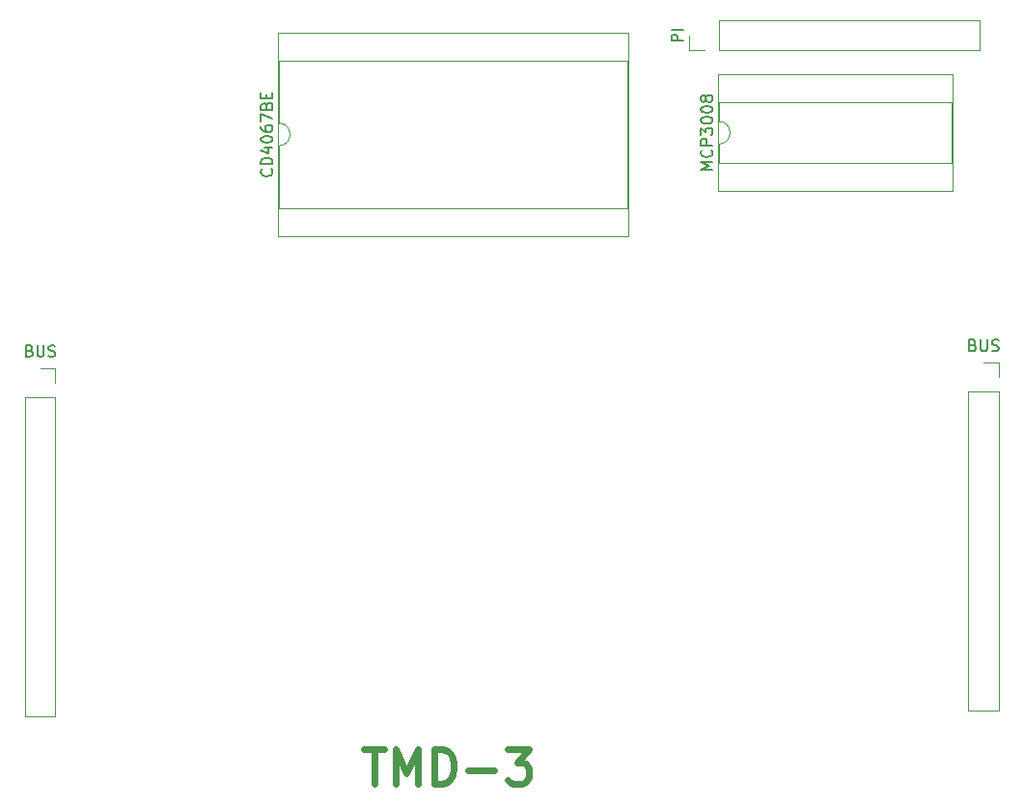
<source format=gto>
G04 #@! TF.GenerationSoftware,KiCad,Pcbnew,7.0.6*
G04 #@! TF.CreationDate,2023-08-02T15:09:40-04:00*
G04 #@! TF.ProjectId,Turing Machine State,54757269-6e67-4204-9d61-6368696e6520,rev?*
G04 #@! TF.SameCoordinates,Original*
G04 #@! TF.FileFunction,Legend,Top*
G04 #@! TF.FilePolarity,Positive*
%FSLAX46Y46*%
G04 Gerber Fmt 4.6, Leading zero omitted, Abs format (unit mm)*
G04 Created by KiCad (PCBNEW 7.0.6) date 2023-08-02 15:09:40*
%MOMM*%
%LPD*%
G01*
G04 APERTURE LIST*
%ADD10C,0.050000*%
%ADD11C,0.600000*%
%ADD12C,0.150000*%
%ADD13C,0.120000*%
%ADD14C,1.300000*%
%ADD15O,1.600000X1.600000*%
%ADD16R,1.600000X1.600000*%
%ADD17O,1.700000X1.700000*%
%ADD18R,1.700000X1.700000*%
%ADD19R,1.300000X1.300000*%
G04 APERTURE END LIST*
D10*
X132878132Y-83912400D02*
X132949560Y-83936209D01*
X132949560Y-83936209D02*
X133068608Y-83936209D01*
X133068608Y-83936209D02*
X133116227Y-83912400D01*
X133116227Y-83912400D02*
X133140036Y-83888590D01*
X133140036Y-83888590D02*
X133163846Y-83840971D01*
X133163846Y-83840971D02*
X133163846Y-83793352D01*
X133163846Y-83793352D02*
X133140036Y-83745733D01*
X133140036Y-83745733D02*
X133116227Y-83721923D01*
X133116227Y-83721923D02*
X133068608Y-83698114D01*
X133068608Y-83698114D02*
X132973370Y-83674304D01*
X132973370Y-83674304D02*
X132925751Y-83650495D01*
X132925751Y-83650495D02*
X132901941Y-83626685D01*
X132901941Y-83626685D02*
X132878132Y-83579066D01*
X132878132Y-83579066D02*
X132878132Y-83531447D01*
X132878132Y-83531447D02*
X132901941Y-83483828D01*
X132901941Y-83483828D02*
X132925751Y-83460019D01*
X132925751Y-83460019D02*
X132973370Y-83436209D01*
X132973370Y-83436209D02*
X133092417Y-83436209D01*
X133092417Y-83436209D02*
X133163846Y-83460019D01*
X133473369Y-83436209D02*
X133520988Y-83436209D01*
X133520988Y-83436209D02*
X133568607Y-83460019D01*
X133568607Y-83460019D02*
X133592417Y-83483828D01*
X133592417Y-83483828D02*
X133616226Y-83531447D01*
X133616226Y-83531447D02*
X133640036Y-83626685D01*
X133640036Y-83626685D02*
X133640036Y-83745733D01*
X133640036Y-83745733D02*
X133616226Y-83840971D01*
X133616226Y-83840971D02*
X133592417Y-83888590D01*
X133592417Y-83888590D02*
X133568607Y-83912400D01*
X133568607Y-83912400D02*
X133520988Y-83936209D01*
X133520988Y-83936209D02*
X133473369Y-83936209D01*
X133473369Y-83936209D02*
X133425750Y-83912400D01*
X133425750Y-83912400D02*
X133401941Y-83888590D01*
X133401941Y-83888590D02*
X133378131Y-83840971D01*
X133378131Y-83840971D02*
X133354322Y-83745733D01*
X133354322Y-83745733D02*
X133354322Y-83626685D01*
X133354322Y-83626685D02*
X133378131Y-83531447D01*
X133378131Y-83531447D02*
X133401941Y-83483828D01*
X133401941Y-83483828D02*
X133425750Y-83460019D01*
X133425750Y-83460019D02*
X133473369Y-83436209D01*
D11*
X78680450Y-103701657D02*
X80394736Y-103701657D01*
X79537593Y-106701657D02*
X79537593Y-103701657D01*
X81394735Y-106701657D02*
X81394735Y-103701657D01*
X81394735Y-103701657D02*
X82394735Y-105844514D01*
X82394735Y-105844514D02*
X83394735Y-103701657D01*
X83394735Y-103701657D02*
X83394735Y-106701657D01*
X84823306Y-106701657D02*
X84823306Y-103701657D01*
X84823306Y-103701657D02*
X85537592Y-103701657D01*
X85537592Y-103701657D02*
X85966163Y-103844514D01*
X85966163Y-103844514D02*
X86251878Y-104130228D01*
X86251878Y-104130228D02*
X86394735Y-104415942D01*
X86394735Y-104415942D02*
X86537592Y-104987371D01*
X86537592Y-104987371D02*
X86537592Y-105415942D01*
X86537592Y-105415942D02*
X86394735Y-105987371D01*
X86394735Y-105987371D02*
X86251878Y-106273085D01*
X86251878Y-106273085D02*
X85966163Y-106558800D01*
X85966163Y-106558800D02*
X85537592Y-106701657D01*
X85537592Y-106701657D02*
X84823306Y-106701657D01*
X87823306Y-105558800D02*
X90109021Y-105558800D01*
X91251878Y-103701657D02*
X93109021Y-103701657D01*
X93109021Y-103701657D02*
X92109021Y-104844514D01*
X92109021Y-104844514D02*
X92537592Y-104844514D01*
X92537592Y-104844514D02*
X92823307Y-104987371D01*
X92823307Y-104987371D02*
X92966164Y-105130228D01*
X92966164Y-105130228D02*
X93109021Y-105415942D01*
X93109021Y-105415942D02*
X93109021Y-106130228D01*
X93109021Y-106130228D02*
X92966164Y-106415942D01*
X92966164Y-106415942D02*
X92823307Y-106558800D01*
X92823307Y-106558800D02*
X92537592Y-106701657D01*
X92537592Y-106701657D02*
X91680449Y-106701657D01*
X91680449Y-106701657D02*
X91394735Y-106558800D01*
X91394735Y-106558800D02*
X91251878Y-106415942D01*
D10*
X132901941Y-78674304D02*
X133068608Y-78674304D01*
X133140036Y-78936209D02*
X132901941Y-78936209D01*
X132901941Y-78936209D02*
X132901941Y-78436209D01*
X132901941Y-78436209D02*
X133140036Y-78436209D01*
X133330513Y-78483828D02*
X133354322Y-78460019D01*
X133354322Y-78460019D02*
X133401941Y-78436209D01*
X133401941Y-78436209D02*
X133520989Y-78436209D01*
X133520989Y-78436209D02*
X133568608Y-78460019D01*
X133568608Y-78460019D02*
X133592417Y-78483828D01*
X133592417Y-78483828D02*
X133616227Y-78531447D01*
X133616227Y-78531447D02*
X133616227Y-78579066D01*
X133616227Y-78579066D02*
X133592417Y-78650495D01*
X133592417Y-78650495D02*
X133306703Y-78936209D01*
X133306703Y-78936209D02*
X133616227Y-78936209D01*
D12*
X109214819Y-52798094D02*
X108214819Y-52798094D01*
X108214819Y-52798094D02*
X108929104Y-52464761D01*
X108929104Y-52464761D02*
X108214819Y-52131428D01*
X108214819Y-52131428D02*
X109214819Y-52131428D01*
X109119580Y-51083809D02*
X109167200Y-51131428D01*
X109167200Y-51131428D02*
X109214819Y-51274285D01*
X109214819Y-51274285D02*
X109214819Y-51369523D01*
X109214819Y-51369523D02*
X109167200Y-51512380D01*
X109167200Y-51512380D02*
X109071961Y-51607618D01*
X109071961Y-51607618D02*
X108976723Y-51655237D01*
X108976723Y-51655237D02*
X108786247Y-51702856D01*
X108786247Y-51702856D02*
X108643390Y-51702856D01*
X108643390Y-51702856D02*
X108452914Y-51655237D01*
X108452914Y-51655237D02*
X108357676Y-51607618D01*
X108357676Y-51607618D02*
X108262438Y-51512380D01*
X108262438Y-51512380D02*
X108214819Y-51369523D01*
X108214819Y-51369523D02*
X108214819Y-51274285D01*
X108214819Y-51274285D02*
X108262438Y-51131428D01*
X108262438Y-51131428D02*
X108310057Y-51083809D01*
X109214819Y-50655237D02*
X108214819Y-50655237D01*
X108214819Y-50655237D02*
X108214819Y-50274285D01*
X108214819Y-50274285D02*
X108262438Y-50179047D01*
X108262438Y-50179047D02*
X108310057Y-50131428D01*
X108310057Y-50131428D02*
X108405295Y-50083809D01*
X108405295Y-50083809D02*
X108548152Y-50083809D01*
X108548152Y-50083809D02*
X108643390Y-50131428D01*
X108643390Y-50131428D02*
X108691009Y-50179047D01*
X108691009Y-50179047D02*
X108738628Y-50274285D01*
X108738628Y-50274285D02*
X108738628Y-50655237D01*
X108214819Y-49750475D02*
X108214819Y-49131428D01*
X108214819Y-49131428D02*
X108595771Y-49464761D01*
X108595771Y-49464761D02*
X108595771Y-49321904D01*
X108595771Y-49321904D02*
X108643390Y-49226666D01*
X108643390Y-49226666D02*
X108691009Y-49179047D01*
X108691009Y-49179047D02*
X108786247Y-49131428D01*
X108786247Y-49131428D02*
X109024342Y-49131428D01*
X109024342Y-49131428D02*
X109119580Y-49179047D01*
X109119580Y-49179047D02*
X109167200Y-49226666D01*
X109167200Y-49226666D02*
X109214819Y-49321904D01*
X109214819Y-49321904D02*
X109214819Y-49607618D01*
X109214819Y-49607618D02*
X109167200Y-49702856D01*
X109167200Y-49702856D02*
X109119580Y-49750475D01*
X108214819Y-48512380D02*
X108214819Y-48417142D01*
X108214819Y-48417142D02*
X108262438Y-48321904D01*
X108262438Y-48321904D02*
X108310057Y-48274285D01*
X108310057Y-48274285D02*
X108405295Y-48226666D01*
X108405295Y-48226666D02*
X108595771Y-48179047D01*
X108595771Y-48179047D02*
X108833866Y-48179047D01*
X108833866Y-48179047D02*
X109024342Y-48226666D01*
X109024342Y-48226666D02*
X109119580Y-48274285D01*
X109119580Y-48274285D02*
X109167200Y-48321904D01*
X109167200Y-48321904D02*
X109214819Y-48417142D01*
X109214819Y-48417142D02*
X109214819Y-48512380D01*
X109214819Y-48512380D02*
X109167200Y-48607618D01*
X109167200Y-48607618D02*
X109119580Y-48655237D01*
X109119580Y-48655237D02*
X109024342Y-48702856D01*
X109024342Y-48702856D02*
X108833866Y-48750475D01*
X108833866Y-48750475D02*
X108595771Y-48750475D01*
X108595771Y-48750475D02*
X108405295Y-48702856D01*
X108405295Y-48702856D02*
X108310057Y-48655237D01*
X108310057Y-48655237D02*
X108262438Y-48607618D01*
X108262438Y-48607618D02*
X108214819Y-48512380D01*
X108214819Y-47559999D02*
X108214819Y-47464761D01*
X108214819Y-47464761D02*
X108262438Y-47369523D01*
X108262438Y-47369523D02*
X108310057Y-47321904D01*
X108310057Y-47321904D02*
X108405295Y-47274285D01*
X108405295Y-47274285D02*
X108595771Y-47226666D01*
X108595771Y-47226666D02*
X108833866Y-47226666D01*
X108833866Y-47226666D02*
X109024342Y-47274285D01*
X109024342Y-47274285D02*
X109119580Y-47321904D01*
X109119580Y-47321904D02*
X109167200Y-47369523D01*
X109167200Y-47369523D02*
X109214819Y-47464761D01*
X109214819Y-47464761D02*
X109214819Y-47559999D01*
X109214819Y-47559999D02*
X109167200Y-47655237D01*
X109167200Y-47655237D02*
X109119580Y-47702856D01*
X109119580Y-47702856D02*
X109024342Y-47750475D01*
X109024342Y-47750475D02*
X108833866Y-47798094D01*
X108833866Y-47798094D02*
X108595771Y-47798094D01*
X108595771Y-47798094D02*
X108405295Y-47750475D01*
X108405295Y-47750475D02*
X108310057Y-47702856D01*
X108310057Y-47702856D02*
X108262438Y-47655237D01*
X108262438Y-47655237D02*
X108214819Y-47559999D01*
X108643390Y-46655237D02*
X108595771Y-46750475D01*
X108595771Y-46750475D02*
X108548152Y-46798094D01*
X108548152Y-46798094D02*
X108452914Y-46845713D01*
X108452914Y-46845713D02*
X108405295Y-46845713D01*
X108405295Y-46845713D02*
X108310057Y-46798094D01*
X108310057Y-46798094D02*
X108262438Y-46750475D01*
X108262438Y-46750475D02*
X108214819Y-46655237D01*
X108214819Y-46655237D02*
X108214819Y-46464761D01*
X108214819Y-46464761D02*
X108262438Y-46369523D01*
X108262438Y-46369523D02*
X108310057Y-46321904D01*
X108310057Y-46321904D02*
X108405295Y-46274285D01*
X108405295Y-46274285D02*
X108452914Y-46274285D01*
X108452914Y-46274285D02*
X108548152Y-46321904D01*
X108548152Y-46321904D02*
X108595771Y-46369523D01*
X108595771Y-46369523D02*
X108643390Y-46464761D01*
X108643390Y-46464761D02*
X108643390Y-46655237D01*
X108643390Y-46655237D02*
X108691009Y-46750475D01*
X108691009Y-46750475D02*
X108738628Y-46798094D01*
X108738628Y-46798094D02*
X108833866Y-46845713D01*
X108833866Y-46845713D02*
X109024342Y-46845713D01*
X109024342Y-46845713D02*
X109119580Y-46798094D01*
X109119580Y-46798094D02*
X109167200Y-46750475D01*
X109167200Y-46750475D02*
X109214819Y-46655237D01*
X109214819Y-46655237D02*
X109214819Y-46464761D01*
X109214819Y-46464761D02*
X109167200Y-46369523D01*
X109167200Y-46369523D02*
X109119580Y-46321904D01*
X109119580Y-46321904D02*
X109024342Y-46274285D01*
X109024342Y-46274285D02*
X108833866Y-46274285D01*
X108833866Y-46274285D02*
X108738628Y-46321904D01*
X108738628Y-46321904D02*
X108691009Y-46369523D01*
X108691009Y-46369523D02*
X108643390Y-46464761D01*
X49321428Y-68711009D02*
X49464285Y-68758628D01*
X49464285Y-68758628D02*
X49511904Y-68806247D01*
X49511904Y-68806247D02*
X49559523Y-68901485D01*
X49559523Y-68901485D02*
X49559523Y-69044342D01*
X49559523Y-69044342D02*
X49511904Y-69139580D01*
X49511904Y-69139580D02*
X49464285Y-69187200D01*
X49464285Y-69187200D02*
X49369047Y-69234819D01*
X49369047Y-69234819D02*
X48988095Y-69234819D01*
X48988095Y-69234819D02*
X48988095Y-68234819D01*
X48988095Y-68234819D02*
X49321428Y-68234819D01*
X49321428Y-68234819D02*
X49416666Y-68282438D01*
X49416666Y-68282438D02*
X49464285Y-68330057D01*
X49464285Y-68330057D02*
X49511904Y-68425295D01*
X49511904Y-68425295D02*
X49511904Y-68520533D01*
X49511904Y-68520533D02*
X49464285Y-68615771D01*
X49464285Y-68615771D02*
X49416666Y-68663390D01*
X49416666Y-68663390D02*
X49321428Y-68711009D01*
X49321428Y-68711009D02*
X48988095Y-68711009D01*
X49988095Y-68234819D02*
X49988095Y-69044342D01*
X49988095Y-69044342D02*
X50035714Y-69139580D01*
X50035714Y-69139580D02*
X50083333Y-69187200D01*
X50083333Y-69187200D02*
X50178571Y-69234819D01*
X50178571Y-69234819D02*
X50369047Y-69234819D01*
X50369047Y-69234819D02*
X50464285Y-69187200D01*
X50464285Y-69187200D02*
X50511904Y-69139580D01*
X50511904Y-69139580D02*
X50559523Y-69044342D01*
X50559523Y-69044342D02*
X50559523Y-68234819D01*
X50988095Y-69187200D02*
X51130952Y-69234819D01*
X51130952Y-69234819D02*
X51369047Y-69234819D01*
X51369047Y-69234819D02*
X51464285Y-69187200D01*
X51464285Y-69187200D02*
X51511904Y-69139580D01*
X51511904Y-69139580D02*
X51559523Y-69044342D01*
X51559523Y-69044342D02*
X51559523Y-68949104D01*
X51559523Y-68949104D02*
X51511904Y-68853866D01*
X51511904Y-68853866D02*
X51464285Y-68806247D01*
X51464285Y-68806247D02*
X51369047Y-68758628D01*
X51369047Y-68758628D02*
X51178571Y-68711009D01*
X51178571Y-68711009D02*
X51083333Y-68663390D01*
X51083333Y-68663390D02*
X51035714Y-68615771D01*
X51035714Y-68615771D02*
X50988095Y-68520533D01*
X50988095Y-68520533D02*
X50988095Y-68425295D01*
X50988095Y-68425295D02*
X51035714Y-68330057D01*
X51035714Y-68330057D02*
X51083333Y-68282438D01*
X51083333Y-68282438D02*
X51178571Y-68234819D01*
X51178571Y-68234819D02*
X51416666Y-68234819D01*
X51416666Y-68234819D02*
X51559523Y-68282438D01*
X70521180Y-52755419D02*
X70568800Y-52803038D01*
X70568800Y-52803038D02*
X70616419Y-52945895D01*
X70616419Y-52945895D02*
X70616419Y-53041133D01*
X70616419Y-53041133D02*
X70568800Y-53183990D01*
X70568800Y-53183990D02*
X70473561Y-53279228D01*
X70473561Y-53279228D02*
X70378323Y-53326847D01*
X70378323Y-53326847D02*
X70187847Y-53374466D01*
X70187847Y-53374466D02*
X70044990Y-53374466D01*
X70044990Y-53374466D02*
X69854514Y-53326847D01*
X69854514Y-53326847D02*
X69759276Y-53279228D01*
X69759276Y-53279228D02*
X69664038Y-53183990D01*
X69664038Y-53183990D02*
X69616419Y-53041133D01*
X69616419Y-53041133D02*
X69616419Y-52945895D01*
X69616419Y-52945895D02*
X69664038Y-52803038D01*
X69664038Y-52803038D02*
X69711657Y-52755419D01*
X70616419Y-52326847D02*
X69616419Y-52326847D01*
X69616419Y-52326847D02*
X69616419Y-52088752D01*
X69616419Y-52088752D02*
X69664038Y-51945895D01*
X69664038Y-51945895D02*
X69759276Y-51850657D01*
X69759276Y-51850657D02*
X69854514Y-51803038D01*
X69854514Y-51803038D02*
X70044990Y-51755419D01*
X70044990Y-51755419D02*
X70187847Y-51755419D01*
X70187847Y-51755419D02*
X70378323Y-51803038D01*
X70378323Y-51803038D02*
X70473561Y-51850657D01*
X70473561Y-51850657D02*
X70568800Y-51945895D01*
X70568800Y-51945895D02*
X70616419Y-52088752D01*
X70616419Y-52088752D02*
X70616419Y-52326847D01*
X69949752Y-50898276D02*
X70616419Y-50898276D01*
X69568800Y-51136371D02*
X70283085Y-51374466D01*
X70283085Y-51374466D02*
X70283085Y-50755419D01*
X69616419Y-50183990D02*
X69616419Y-50088752D01*
X69616419Y-50088752D02*
X69664038Y-49993514D01*
X69664038Y-49993514D02*
X69711657Y-49945895D01*
X69711657Y-49945895D02*
X69806895Y-49898276D01*
X69806895Y-49898276D02*
X69997371Y-49850657D01*
X69997371Y-49850657D02*
X70235466Y-49850657D01*
X70235466Y-49850657D02*
X70425942Y-49898276D01*
X70425942Y-49898276D02*
X70521180Y-49945895D01*
X70521180Y-49945895D02*
X70568800Y-49993514D01*
X70568800Y-49993514D02*
X70616419Y-50088752D01*
X70616419Y-50088752D02*
X70616419Y-50183990D01*
X70616419Y-50183990D02*
X70568800Y-50279228D01*
X70568800Y-50279228D02*
X70521180Y-50326847D01*
X70521180Y-50326847D02*
X70425942Y-50374466D01*
X70425942Y-50374466D02*
X70235466Y-50422085D01*
X70235466Y-50422085D02*
X69997371Y-50422085D01*
X69997371Y-50422085D02*
X69806895Y-50374466D01*
X69806895Y-50374466D02*
X69711657Y-50326847D01*
X69711657Y-50326847D02*
X69664038Y-50279228D01*
X69664038Y-50279228D02*
X69616419Y-50183990D01*
X69616419Y-48993514D02*
X69616419Y-49183990D01*
X69616419Y-49183990D02*
X69664038Y-49279228D01*
X69664038Y-49279228D02*
X69711657Y-49326847D01*
X69711657Y-49326847D02*
X69854514Y-49422085D01*
X69854514Y-49422085D02*
X70044990Y-49469704D01*
X70044990Y-49469704D02*
X70425942Y-49469704D01*
X70425942Y-49469704D02*
X70521180Y-49422085D01*
X70521180Y-49422085D02*
X70568800Y-49374466D01*
X70568800Y-49374466D02*
X70616419Y-49279228D01*
X70616419Y-49279228D02*
X70616419Y-49088752D01*
X70616419Y-49088752D02*
X70568800Y-48993514D01*
X70568800Y-48993514D02*
X70521180Y-48945895D01*
X70521180Y-48945895D02*
X70425942Y-48898276D01*
X70425942Y-48898276D02*
X70187847Y-48898276D01*
X70187847Y-48898276D02*
X70092609Y-48945895D01*
X70092609Y-48945895D02*
X70044990Y-48993514D01*
X70044990Y-48993514D02*
X69997371Y-49088752D01*
X69997371Y-49088752D02*
X69997371Y-49279228D01*
X69997371Y-49279228D02*
X70044990Y-49374466D01*
X70044990Y-49374466D02*
X70092609Y-49422085D01*
X70092609Y-49422085D02*
X70187847Y-49469704D01*
X69616419Y-48564942D02*
X69616419Y-47898276D01*
X69616419Y-47898276D02*
X70616419Y-48326847D01*
X70092609Y-47183990D02*
X70140228Y-47041133D01*
X70140228Y-47041133D02*
X70187847Y-46993514D01*
X70187847Y-46993514D02*
X70283085Y-46945895D01*
X70283085Y-46945895D02*
X70425942Y-46945895D01*
X70425942Y-46945895D02*
X70521180Y-46993514D01*
X70521180Y-46993514D02*
X70568800Y-47041133D01*
X70568800Y-47041133D02*
X70616419Y-47136371D01*
X70616419Y-47136371D02*
X70616419Y-47517323D01*
X70616419Y-47517323D02*
X69616419Y-47517323D01*
X69616419Y-47517323D02*
X69616419Y-47183990D01*
X69616419Y-47183990D02*
X69664038Y-47088752D01*
X69664038Y-47088752D02*
X69711657Y-47041133D01*
X69711657Y-47041133D02*
X69806895Y-46993514D01*
X69806895Y-46993514D02*
X69902133Y-46993514D01*
X69902133Y-46993514D02*
X69997371Y-47041133D01*
X69997371Y-47041133D02*
X70044990Y-47088752D01*
X70044990Y-47088752D02*
X70092609Y-47183990D01*
X70092609Y-47183990D02*
X70092609Y-47517323D01*
X70092609Y-46517323D02*
X70092609Y-46183990D01*
X70616419Y-46041133D02*
X70616419Y-46517323D01*
X70616419Y-46517323D02*
X69616419Y-46517323D01*
X69616419Y-46517323D02*
X69616419Y-46041133D01*
X132071428Y-68211009D02*
X132214285Y-68258628D01*
X132214285Y-68258628D02*
X132261904Y-68306247D01*
X132261904Y-68306247D02*
X132309523Y-68401485D01*
X132309523Y-68401485D02*
X132309523Y-68544342D01*
X132309523Y-68544342D02*
X132261904Y-68639580D01*
X132261904Y-68639580D02*
X132214285Y-68687200D01*
X132214285Y-68687200D02*
X132119047Y-68734819D01*
X132119047Y-68734819D02*
X131738095Y-68734819D01*
X131738095Y-68734819D02*
X131738095Y-67734819D01*
X131738095Y-67734819D02*
X132071428Y-67734819D01*
X132071428Y-67734819D02*
X132166666Y-67782438D01*
X132166666Y-67782438D02*
X132214285Y-67830057D01*
X132214285Y-67830057D02*
X132261904Y-67925295D01*
X132261904Y-67925295D02*
X132261904Y-68020533D01*
X132261904Y-68020533D02*
X132214285Y-68115771D01*
X132214285Y-68115771D02*
X132166666Y-68163390D01*
X132166666Y-68163390D02*
X132071428Y-68211009D01*
X132071428Y-68211009D02*
X131738095Y-68211009D01*
X132738095Y-67734819D02*
X132738095Y-68544342D01*
X132738095Y-68544342D02*
X132785714Y-68639580D01*
X132785714Y-68639580D02*
X132833333Y-68687200D01*
X132833333Y-68687200D02*
X132928571Y-68734819D01*
X132928571Y-68734819D02*
X133119047Y-68734819D01*
X133119047Y-68734819D02*
X133214285Y-68687200D01*
X133214285Y-68687200D02*
X133261904Y-68639580D01*
X133261904Y-68639580D02*
X133309523Y-68544342D01*
X133309523Y-68544342D02*
X133309523Y-67734819D01*
X133738095Y-68687200D02*
X133880952Y-68734819D01*
X133880952Y-68734819D02*
X134119047Y-68734819D01*
X134119047Y-68734819D02*
X134214285Y-68687200D01*
X134214285Y-68687200D02*
X134261904Y-68639580D01*
X134261904Y-68639580D02*
X134309523Y-68544342D01*
X134309523Y-68544342D02*
X134309523Y-68449104D01*
X134309523Y-68449104D02*
X134261904Y-68353866D01*
X134261904Y-68353866D02*
X134214285Y-68306247D01*
X134214285Y-68306247D02*
X134119047Y-68258628D01*
X134119047Y-68258628D02*
X133928571Y-68211009D01*
X133928571Y-68211009D02*
X133833333Y-68163390D01*
X133833333Y-68163390D02*
X133785714Y-68115771D01*
X133785714Y-68115771D02*
X133738095Y-68020533D01*
X133738095Y-68020533D02*
X133738095Y-67925295D01*
X133738095Y-67925295D02*
X133785714Y-67830057D01*
X133785714Y-67830057D02*
X133833333Y-67782438D01*
X133833333Y-67782438D02*
X133928571Y-67734819D01*
X133928571Y-67734819D02*
X134166666Y-67734819D01*
X134166666Y-67734819D02*
X134309523Y-67782438D01*
X106634819Y-41499999D02*
X105634819Y-41499999D01*
X105634819Y-41499999D02*
X105634819Y-41119047D01*
X105634819Y-41119047D02*
X105682438Y-41023809D01*
X105682438Y-41023809D02*
X105730057Y-40976190D01*
X105730057Y-40976190D02*
X105825295Y-40928571D01*
X105825295Y-40928571D02*
X105968152Y-40928571D01*
X105968152Y-40928571D02*
X106063390Y-40976190D01*
X106063390Y-40976190D02*
X106111009Y-41023809D01*
X106111009Y-41023809D02*
X106158628Y-41119047D01*
X106158628Y-41119047D02*
X106158628Y-41499999D01*
X106634819Y-40499999D02*
X105634819Y-40499999D01*
D13*
X109700000Y-54700000D02*
X130260000Y-54700000D01*
X130260000Y-54700000D02*
X130260000Y-44420000D01*
X109760000Y-52210000D02*
X130200000Y-52210000D01*
X130200000Y-52210000D02*
X130200000Y-46910000D01*
X109760000Y-50560000D02*
X109760000Y-52210000D01*
X109760000Y-46910000D02*
X109760000Y-48560000D01*
X130200000Y-46910000D02*
X109760000Y-46910000D01*
X109700000Y-44420000D02*
X109700000Y-54700000D01*
X130260000Y-44420000D02*
X109700000Y-44420000D01*
X109760000Y-50560000D02*
G75*
G03*
X109760000Y-48560000I0J1000000D01*
G01*
X48920000Y-72820000D02*
X48920000Y-100820000D01*
X48920000Y-72820000D02*
X51580000Y-72820000D01*
X48920000Y-100820000D02*
X51580000Y-100820000D01*
X50250000Y-70220000D02*
X51580000Y-70220000D01*
X51580000Y-70220000D02*
X51580000Y-71550000D01*
X51580000Y-72820000D02*
X51580000Y-100820000D01*
X71101600Y-58657800D02*
X101821600Y-58657800D01*
X101821600Y-58657800D02*
X101821600Y-40757800D01*
X71161600Y-56167800D02*
X101761600Y-56167800D01*
X101761600Y-56167800D02*
X101761600Y-43247800D01*
X71161600Y-50707800D02*
X71161600Y-56167800D01*
X71161600Y-43247800D02*
X71161600Y-48707800D01*
X101761600Y-43247800D02*
X71161600Y-43247800D01*
X71101600Y-40757800D02*
X71101600Y-58657800D01*
X101821600Y-40757800D02*
X71101600Y-40757800D01*
X71161600Y-50707800D02*
G75*
G03*
X71161600Y-48707800I0J1000000D01*
G01*
X131670000Y-72320000D02*
X131670000Y-100320000D01*
X131670000Y-72320000D02*
X134330000Y-72320000D01*
X131670000Y-100320000D02*
X134330000Y-100320000D01*
X133000000Y-69720000D02*
X134330000Y-69720000D01*
X134330000Y-69720000D02*
X134330000Y-71050000D01*
X134330000Y-72320000D02*
X134330000Y-100320000D01*
X107180000Y-42330000D02*
X107180000Y-41000000D01*
X108510000Y-42330000D02*
X107180000Y-42330000D01*
X109780000Y-42330000D02*
X132700000Y-42330000D01*
X109780000Y-42330000D02*
X109780000Y-39670000D01*
X132700000Y-42330000D02*
X132700000Y-39670000D01*
X109780000Y-39670000D02*
X132700000Y-39670000D01*
%LPC*%
D14*
X58771400Y-94139600D03*
X109771400Y-94139600D03*
X74501400Y-117409600D03*
X126771400Y-94139600D03*
X92771400Y-116139600D03*
X108501400Y-73409600D03*
X125501400Y-73409600D03*
X75771400Y-94139600D03*
X91501400Y-73409600D03*
X57501400Y-51409600D03*
X57501400Y-117409600D03*
X57501400Y-95409600D03*
X125501400Y-117409600D03*
X109771400Y-116139600D03*
X91501400Y-117409600D03*
X108501400Y-95409600D03*
D15*
X116170000Y-45750000D03*
D16*
X111090000Y-53370000D03*
D15*
X113630000Y-53370000D03*
X116170000Y-53370000D03*
X118710000Y-53370000D03*
X121250000Y-53370000D03*
X123790000Y-53370000D03*
X126330000Y-53370000D03*
X128870000Y-53370000D03*
X118710000Y-45750000D03*
X126330000Y-45750000D03*
X128870000Y-45750000D03*
X123790000Y-45750000D03*
X121250000Y-45750000D03*
X111090000Y-45750000D03*
X113630000Y-45750000D03*
D14*
X74501400Y-95409600D03*
X75771400Y-116139600D03*
D17*
X50250000Y-74090000D03*
X50250000Y-76630000D03*
X50250000Y-79170000D03*
X50250000Y-81710000D03*
X50250000Y-84250000D03*
X50250000Y-86790000D03*
X50250000Y-99490000D03*
D18*
X50250000Y-71550000D03*
D17*
X50250000Y-89330000D03*
X50250000Y-91870000D03*
X50250000Y-94410000D03*
X50250000Y-96950000D03*
D14*
X74501400Y-73409600D03*
X58771400Y-50139600D03*
D16*
X72491600Y-57327800D03*
D15*
X95351600Y-42087800D03*
X100431600Y-57327800D03*
X92811600Y-57327800D03*
X90271600Y-57327800D03*
X87731600Y-57327800D03*
X85191600Y-57327800D03*
X82651600Y-57327800D03*
X80111600Y-57327800D03*
X77571600Y-57327800D03*
X75031600Y-57327800D03*
X75031600Y-42087800D03*
X77571600Y-42087800D03*
X80111600Y-42087800D03*
X82651600Y-42087800D03*
X85191600Y-42087800D03*
X87731600Y-42087800D03*
X90271600Y-42087800D03*
X92811600Y-42087800D03*
X95351600Y-57327800D03*
X97891600Y-57327800D03*
X97891600Y-42087800D03*
X100431600Y-42087800D03*
X72491600Y-42087800D03*
D14*
X108501400Y-117409600D03*
D17*
X133000000Y-73590000D03*
X133000000Y-76130000D03*
X133000000Y-78670000D03*
X133000000Y-81210000D03*
X133000000Y-83750000D03*
X133000000Y-86290000D03*
X133000000Y-98990000D03*
D18*
X133000000Y-71050000D03*
D17*
X133000000Y-88830000D03*
X133000000Y-91370000D03*
X133000000Y-93910000D03*
X133000000Y-96450000D03*
D14*
X58771400Y-72139600D03*
D17*
X121210000Y-41000000D03*
X128830000Y-41000000D03*
X126290000Y-41000000D03*
X123750000Y-41000000D03*
X131370000Y-41000000D03*
D18*
X108510000Y-41000000D03*
D17*
X118670000Y-41000000D03*
X116130000Y-41000000D03*
X113590000Y-41000000D03*
X111050000Y-41000000D03*
D14*
X92771400Y-94139600D03*
X91501400Y-95409600D03*
X109771400Y-72139600D03*
X58771400Y-116139600D03*
X57501400Y-73409600D03*
X92771400Y-72139600D03*
X75771400Y-72139600D03*
X126771400Y-72139600D03*
X125501400Y-95409600D03*
X126771400Y-116139600D03*
D19*
X56231400Y-72139600D03*
X90231400Y-94139600D03*
X107231400Y-116139600D03*
X56231400Y-50139600D03*
X73231400Y-116139600D03*
X56231400Y-116139600D03*
X56231400Y-94139600D03*
X124231400Y-94139600D03*
X124231400Y-72139600D03*
X90231400Y-116139600D03*
X73231400Y-72139600D03*
X73231400Y-94139600D03*
X90231400Y-72139600D03*
X107231400Y-72139600D03*
X124231400Y-116139600D03*
X107231400Y-94139600D03*
%LPD*%
M02*

</source>
